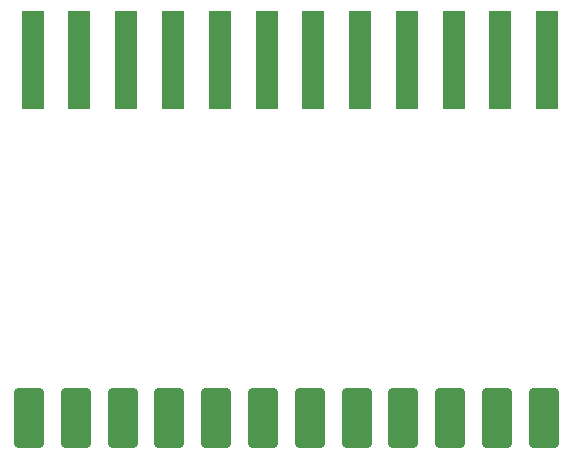
<source format=gtp>
G04 EAGLE Gerber RS-274X export*
G75*
%MOMM*%
%FSLAX34Y34*%
%LPD*%
%INTop Solder Paste*%
%IPPOS*%
%AMOC8*
5,1,8,0,0,1.08239X$1,22.5*%
G01*
%ADD10C,0.762000*%
%ADD11R,1.905000X8.255000*%


D10*
X577498Y49690D02*
X595278Y49690D01*
X595278Y6510D01*
X577498Y6510D01*
X577498Y49690D01*
X577498Y13749D02*
X595278Y13749D01*
X595278Y20988D02*
X577498Y20988D01*
X577498Y28227D02*
X595278Y28227D01*
X595278Y35466D02*
X577498Y35466D01*
X577498Y42705D02*
X595278Y42705D01*
X555678Y49690D02*
X537898Y49690D01*
X555678Y49690D02*
X555678Y6510D01*
X537898Y6510D01*
X537898Y49690D01*
X537898Y13749D02*
X555678Y13749D01*
X555678Y20988D02*
X537898Y20988D01*
X537898Y28227D02*
X555678Y28227D01*
X555678Y35466D02*
X537898Y35466D01*
X537898Y42705D02*
X555678Y42705D01*
X516078Y49690D02*
X498298Y49690D01*
X516078Y49690D02*
X516078Y6510D01*
X498298Y6510D01*
X498298Y49690D01*
X498298Y13749D02*
X516078Y13749D01*
X516078Y20988D02*
X498298Y20988D01*
X498298Y28227D02*
X516078Y28227D01*
X516078Y35466D02*
X498298Y35466D01*
X498298Y42705D02*
X516078Y42705D01*
X476478Y49690D02*
X458698Y49690D01*
X476478Y49690D02*
X476478Y6510D01*
X458698Y6510D01*
X458698Y49690D01*
X458698Y13749D02*
X476478Y13749D01*
X476478Y20988D02*
X458698Y20988D01*
X458698Y28227D02*
X476478Y28227D01*
X476478Y35466D02*
X458698Y35466D01*
X458698Y42705D02*
X476478Y42705D01*
X436878Y49690D02*
X419098Y49690D01*
X436878Y49690D02*
X436878Y6510D01*
X419098Y6510D01*
X419098Y49690D01*
X419098Y13749D02*
X436878Y13749D01*
X436878Y20988D02*
X419098Y20988D01*
X419098Y28227D02*
X436878Y28227D01*
X436878Y35466D02*
X419098Y35466D01*
X419098Y42705D02*
X436878Y42705D01*
X397278Y49690D02*
X379498Y49690D01*
X397278Y49690D02*
X397278Y6510D01*
X379498Y6510D01*
X379498Y49690D01*
X379498Y13749D02*
X397278Y13749D01*
X397278Y20988D02*
X379498Y20988D01*
X379498Y28227D02*
X397278Y28227D01*
X397278Y35466D02*
X379498Y35466D01*
X379498Y42705D02*
X397278Y42705D01*
X357678Y49690D02*
X339898Y49690D01*
X357678Y49690D02*
X357678Y6510D01*
X339898Y6510D01*
X339898Y49690D01*
X339898Y13749D02*
X357678Y13749D01*
X357678Y20988D02*
X339898Y20988D01*
X339898Y28227D02*
X357678Y28227D01*
X357678Y35466D02*
X339898Y35466D01*
X339898Y42705D02*
X357678Y42705D01*
X318078Y49690D02*
X300298Y49690D01*
X318078Y49690D02*
X318078Y6510D01*
X300298Y6510D01*
X300298Y49690D01*
X300298Y13749D02*
X318078Y13749D01*
X318078Y20988D02*
X300298Y20988D01*
X300298Y28227D02*
X318078Y28227D01*
X318078Y35466D02*
X300298Y35466D01*
X300298Y42705D02*
X318078Y42705D01*
X278478Y49690D02*
X260698Y49690D01*
X278478Y49690D02*
X278478Y6510D01*
X260698Y6510D01*
X260698Y49690D01*
X260698Y13749D02*
X278478Y13749D01*
X278478Y20988D02*
X260698Y20988D01*
X260698Y28227D02*
X278478Y28227D01*
X278478Y35466D02*
X260698Y35466D01*
X260698Y42705D02*
X278478Y42705D01*
X238878Y49690D02*
X221098Y49690D01*
X238878Y49690D02*
X238878Y6510D01*
X221098Y6510D01*
X221098Y49690D01*
X221098Y13749D02*
X238878Y13749D01*
X238878Y20988D02*
X221098Y20988D01*
X221098Y28227D02*
X238878Y28227D01*
X238878Y35466D02*
X221098Y35466D01*
X221098Y42705D02*
X238878Y42705D01*
X199278Y49690D02*
X181498Y49690D01*
X199278Y49690D02*
X199278Y6510D01*
X181498Y6510D01*
X181498Y49690D01*
X181498Y13749D02*
X199278Y13749D01*
X199278Y20988D02*
X181498Y20988D01*
X181498Y28227D02*
X199278Y28227D01*
X199278Y35466D02*
X181498Y35466D01*
X181498Y42705D02*
X199278Y42705D01*
X159678Y49690D02*
X141898Y49690D01*
X159678Y49690D02*
X159678Y6510D01*
X141898Y6510D01*
X141898Y49690D01*
X141898Y13749D02*
X159678Y13749D01*
X159678Y20988D02*
X141898Y20988D01*
X141898Y28227D02*
X159678Y28227D01*
X159678Y35466D02*
X141898Y35466D01*
X141898Y42705D02*
X159678Y42705D01*
D11*
X193800Y330540D03*
X233400Y330540D03*
X273000Y330540D03*
X312600Y330540D03*
X352200Y330540D03*
X391800Y330540D03*
X431400Y330540D03*
X471000Y330540D03*
X510600Y330540D03*
X550200Y330540D03*
X589800Y330540D03*
X154200Y330540D03*
M02*

</source>
